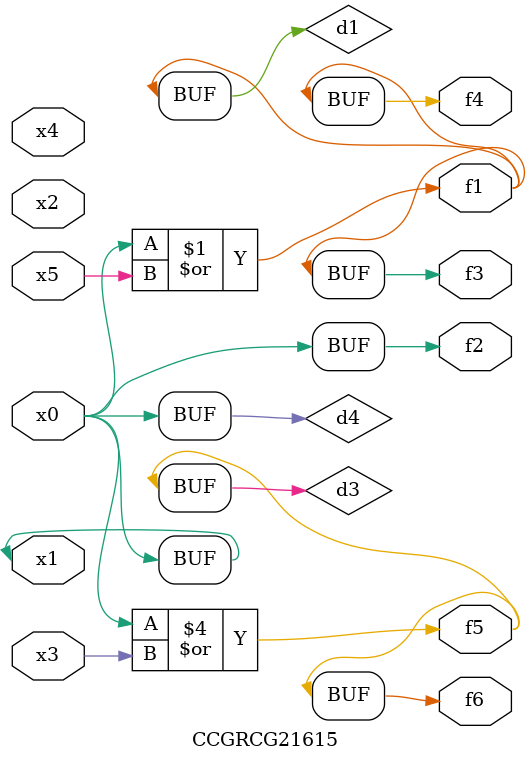
<source format=v>
module CCGRCG21615(
	input x0, x1, x2, x3, x4, x5,
	output f1, f2, f3, f4, f5, f6
);

	wire d1, d2, d3, d4;

	or (d1, x0, x5);
	xnor (d2, x1, x4);
	or (d3, x0, x3);
	buf (d4, x0, x1);
	assign f1 = d1;
	assign f2 = d4;
	assign f3 = d1;
	assign f4 = d1;
	assign f5 = d3;
	assign f6 = d3;
endmodule

</source>
